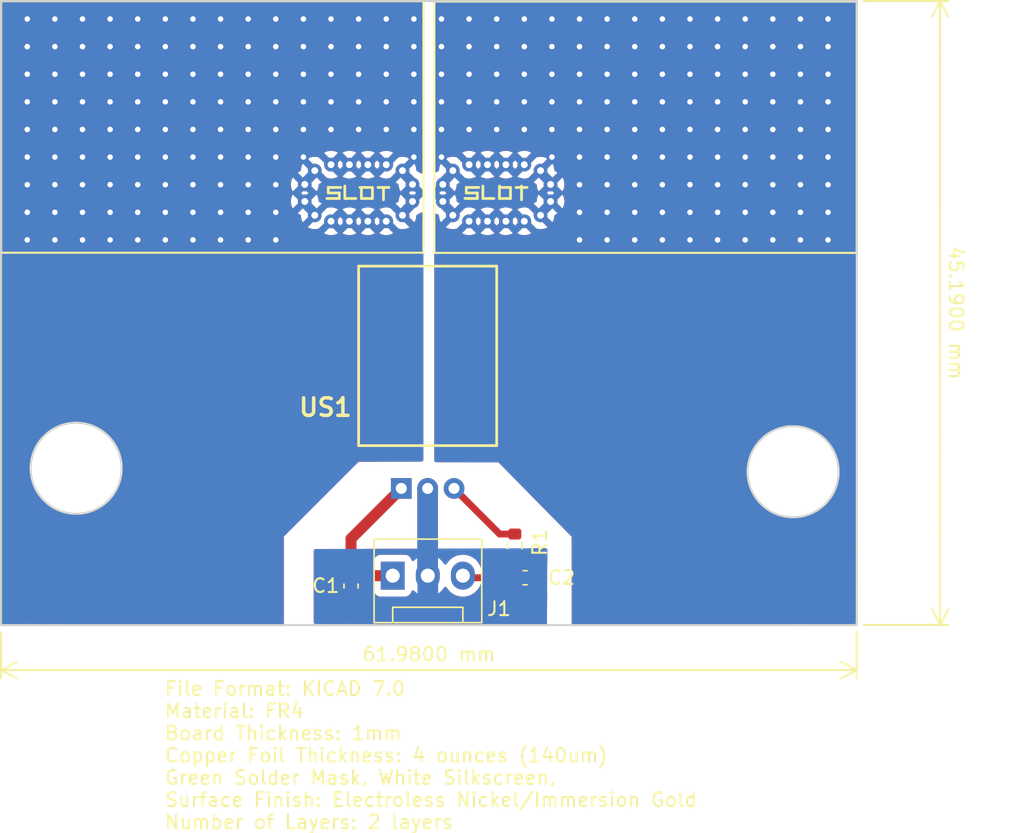
<source format=kicad_pcb>
(kicad_pcb (version 20221018) (generator pcbnew)
  (layers (0 "F.Cu" signal) (31 "B.Cu" signal) (34 "B.Paste" user) (35 "F.Paste" user) (36 "B.SilkS" user "B.Silkscreen") (37 "F.SilkS" user "F.Silkscreen") (38 "B.Mask" user) (39 "F.Mask" user) (44 "Edge.Cuts" user))
  (net 0 "")
  (net 1 "VCC")
  (net 2 "GND1")
  (net 3 "/Vout")
  (net 4 "Net-(US1-VIOUT)")
  (net 5 "/IP+")
  (net 6 "/IP-")
  (footprint "Capacitor_SMD:C_0603_1608Metric" (layer "F.Cu") (at 108.55 105.37 90)
    (fp_text reference "C1" (at 0.02 -1.83) (layer "F.SilkS"))
    (fp_text value "0.1uF" hide)
    (fp_line (start -0.14058 -0.51) (end 0.14058 -0.51) (stroke (width 0.12)) (layer "F.SilkS"))
    (fp_line (start -0.14058 0.51) (end 0.14058 0.51) (stroke (width 0.12)) (layer "F.SilkS"))
    (pad "1" smd roundrect (at -0.775 0 90) (size 0.9 0.95) (layers "F.Cu" "F.Paste" "F.Mask") (net 2 "GND1"))
    (pad "2" smd roundrect (at 0.775 0 90) (size 0.9 0.95) (layers "F.Cu" "F.Paste" "F.Mask") (net 1 "VCC"))
  )
  (footprint "Connector:FanPinHeader_1x03_P2.54mm_Vertical" (layer "F.Cu") (at 111.57 104.62)
    (fp_text reference "J1" (at 7.7 2.4) (layer "F.SilkS"))
    (fp_text value "Conn_01x03_Pin" hide)
    (fp_line (start -1.35 -2.65) (end 6.45 -2.65) (stroke (width 0.12)) (layer "F.SilkS"))
    (fp_line (start -1.35 3.4) (end -1.35 -2.65) (stroke (width 0.12)) (layer "F.SilkS"))
    (fp_line (start 0 2.29) (end 5.08 2.29) (stroke (width 0.12)) (layer "F.SilkS"))
    (fp_line (start 0 3.3) (end 0 2.29) (stroke (width 0.12)) (layer "F.SilkS"))
    (fp_line (start 5.08 2.29) (end 5.08 3.3) (stroke (width 0.12)) (layer "F.SilkS"))
    (fp_line (start 6.45 -2.65) (end 6.45 3.4) (stroke (width 0.12)) (layer "F.SilkS"))
    (fp_line (start 6.45 3.4) (end -1.35 3.4) (stroke (width 0.12)) (layer "F.SilkS"))
    (pad "1" thru_hole rect (at 0 0 90) (size 2.03 1.73) (drill 1.02) (layers "*.Cu" "*.Mask") (net 1 "VCC"))
    (pad "2" thru_hole oval (at 2.54 0 90) (size 2.03 1.73) (drill 1.02) (layers "*.Cu" "*.Mask") (net 2 "GND1"))
    (pad "3" thru_hole oval (at 5.08 0 90) (size 2.03 1.73) (drill 1.02) (layers "*.Cu" "*.Mask") (net 3 "/Vout"))
  )
  (footprint "KiCad:ACS772ECB200BPFFT" (layer "F.Cu") (at 112.19 98.3)
    (fp_text reference "US1" (at -5.5 -5.87) (layer "F.SilkS") (effects (font (size 1.27 1.27) (thickness 0.254))))
    (fp_text value "ACS772ECB-200B-PFF-T" hide)
    (fp_line (start -5.29 -21.8) (end -5.29 -21.4) (stroke (width 0.2)) (layer "F.SilkS"))
    (fp_line (start -5.29 -21.4) (end -4.49 -21.4) (stroke (width 0.2)) (layer "F.SilkS"))
    (fp_line (start -4.49 -21.4) (end -4.49 -21) (stroke (width 0.2)) (layer "F.SilkS"))
    (fp_line (start -4.49 -21) (end -5.39 -21) (stroke (width 0.2)) (layer "F.SilkS"))
    (fp_line (start -4.39 -21.8) (end -5.29 -21.8) (stroke (width 0.2)) (layer "F.SilkS"))
    (fp_line (start -4.09 -21.9) (end -4.09 -21) (stroke (width 0.2)) (layer "F.SilkS"))
    (fp_line (start -4.09 -21) (end -3.29 -21) (stroke (width 0.2)) (layer "F.SilkS"))
    (fp_line (start -3.09 -16.1) (end 6.91 -16.1) (stroke (width 0.2)) (layer "F.SilkS"))
    (fp_line (start -3.09 -3.1) (end -3.09 -16.1) (stroke (width 0.2)) (layer "F.SilkS"))
    (fp_line (start -2.89 -21.8) (end -2.89 -21) (stroke (width 0.2)) (layer "F.SilkS"))
    (fp_line (start -2.89 -21) (end -2.09 -21) (stroke (width 0.2)) (layer "F.SilkS"))
    (fp_line (start -2.09 -21.8) (end -2.99 -21.8) (stroke (width 0.2)) (layer "F.SilkS"))
    (fp_line (start -2.09 -21) (end -2.09 -21.8) (stroke (width 0.2)) (layer "F.SilkS"))
    (fp_line (start -1.69 -21.8) (end -0.89 -21.8) (stroke (width 0.2)) (layer "F.SilkS"))
    (fp_line (start -1.29 -21.8) (end -1.29 -20.9) (stroke (width 0.2)) (layer "F.SilkS"))
    (fp_line (start 4.71 -21.8) (end 4.71 -21.4) (stroke (width 0.2)) (layer "F.SilkS"))
    (fp_line (start 4.71 -21.4) (end 5.51 -21.4) (stroke (width 0.2)) (layer "F.SilkS"))
    (fp_line (start 5.51 -21.4) (end 5.51 -21) (stroke (width 0.2)) (layer "F.SilkS"))
    (fp_line (start 5.51 -21) (end 4.61 -21) (stroke (width 0.2)) (layer "F.SilkS"))
    (fp_line (start 5.61 -21.8) (end 4.71 -21.8) (stroke (width 0.2)) (layer "F.SilkS"))
    (fp_line (start 5.91 -21.9) (end 5.91 -21) (stroke (width 0.2)) (layer "F.SilkS"))
    (fp_line (start 5.91 -21) (end 6.71 -21) (stroke (width 0.2)) (layer "F.SilkS"))
    (fp_line (start 6.91 -16.1) (end 6.91 -3.1) (stroke (width 0.2)) (layer "F.SilkS"))
    (fp_line (start 6.91 -3.1) (end -3.09 -3.1) (stroke (width 0.2)) (layer "F.SilkS"))
    (fp_line (start 7.11 -21.9) (end 7.11 -21) (stroke (width 0.2)) (layer "F.SilkS"))
    (fp_line (start 7.11 -21) (end 7.91 -21) (stroke (width 0.2)) (layer "F.SilkS"))
    (fp_line (start 7.91 -21.8) (end 7.11 -21.8) (stroke (width 0.2)) (layer "F.SilkS"))
    (fp_line (start 7.91 -21) (end 7.91 -21.8) (stroke (width 0.2)) (layer "F.SilkS"))
    (fp_line (start 8.31 -21.8) (end 9.11 -21.8) (stroke (width 0.2)) (layer "F.SilkS"))
    (fp_line (start 8.71 -21.9) (end 8.71 -20.9) (stroke (width 0.2)) (layer "F.SilkS"))
    (pad "1" thru_hole rect (at 0 0) (size 1.5 1.5) (drill 0.8) (layers "*.Cu" "*.Mask") (net 1 "VCC"))
    (pad "2" thru_hole circle (at 1.91 0) (size 1.5 1.5) (drill 0.8) (layers "*.Cu" "*.Mask") (net 2 "GND1"))
    (pad "3" thru_hole circle (at 3.82 0) (size 1.5 1.5) (drill 0.8) (layers "*.Cu" "*.Mask") (net 4 "Net-(US1-VIOUT)"))
    (pad "4" thru_hole circle (at 3.008 -22.018) (size 1 1) (drill 0.5) (layers "*.Cu" "*.Mask") (net 5 "/IP+"))
    (pad "5" thru_hole circle (at 0.812 -22.018) (size 1 1) (drill 0.5) (layers "*.Cu" "*.Mask") (net 6 "/IP-"))
    (pad "6" thru_hole circle (at 0.812 -20.782) (size 1 1) (drill 0.5) (layers "*.Cu" "*.Mask") (net 6 "/IP-"))
    (pad "7" thru_hole circle (at 0.086 -19.782) (size 1 1) (drill 0.5) (layers "*.Cu" "*.Mask") (net 6 "/IP-"))
    (pad "8" thru_hole circle (at -1.09 -19.35) (size 1 1) (drill 0.5) (layers "*.Cu" "*.Mask") (net 6 "/IP-"))
    (pad "9" thru_hole circle (at -2.423 -19.35) (size 1 1) (drill 0.5) (layers "*.Cu" "*.Mask") (net 6 "/IP-"))
    (pad "10" thru_hole circle (at -3.757 -19.35) (size 1 1) (drill 0.5) (layers "*.Cu" "*.Mask") (net 6 "/IP-"))
    (pad "11" thru_hole circle (at -5.09 -19.35) (size 1 1) (drill 0.5) (layers "*.Cu" "*.Mask") (net 6 "/IP-"))
    (pad "12" thru_hole circle (at -6.266 -19.782) (size 1 1) (drill 0.5) (layers "*.Cu" "*.Mask") (net 6 "/IP-"))
    (pad "13" thru_hole circle (at -6.992 -20.782) (size 1 1) (drill 0.5) (layers "*.Cu" "*.Mask") (net 6 "/IP-"))
    (pad "14" thru_hole circle (at -6.992 -22.018) (size 1 1) (drill 0.5) (layers "*.Cu" "*.Mask") (net 6 "/IP-"))
    (pad "15" thru_hole circle (at -6.266 -23.018) (size 1 1) (drill 0.5) (layers "*.Cu" "*.Mask") (net 6 "/IP-"))
    (pad "16" thru_hole circle (at -5.09 -23.45) (size 1 1) (drill 0.5) (layers "*.Cu" "*.Mask") (net 6 "/IP-"))
    (pad "17" thru_hole circle (at -3.757 -23.45) (size 1 1) (drill 0.5) (layers "*.Cu" "*.Mask") (net 6 "/IP-"))
    (pad "18" thru_hole circle (at -2.423 -23.45) (size 1 1) (drill 0.5) (layers "*.Cu" "*.Mask") (net 6 "/IP-"))
    (pad "19" thru_hole circle (at -1.09 -23.45) (size 1 1) (drill 0.5) (layers "*.Cu" "*.Mask") (net 6 "/IP-"))
    (pad "20" thru_hole circle (at 0.086 -23.018) (size 1 1) (drill 0.5) (layers "*.Cu" "*.Mask") (net 6 "/IP-"))
    (pad "21" thru_hole circle (at 3.008 -20.782) (size 1 1) (drill 0.5) (layers "*.Cu" "*.Mask") (net 5 "/IP+"))
    (pad "22" thru_hole circle (at 3.734 -19.782) (size 1 1) (drill 0.5) (layers "*.Cu" "*.Mask") (net 5 "/IP+"))
    (pad "23" thru_hole circle (at 4.91 -19.35) (size 1 1) (drill 0.5) (layers "*.Cu" "*.Mask") (net 5 "/IP+"))
    (pad "24" thru_hole circle (at 6.243 -19.35) (size 1 1) (drill 0.5) (layers "*.Cu" "*.Mask") (net 5 "/IP+"))
    (pad "25" thru_hole circle (at 7.577 -19.35) (size 1 1) (drill 0.5) (layers "*.Cu" "*.Mask") (net 5 "/IP+"))
    (pad "26" thru_hole circle (at 8.91 -19.35) (size 1 1) (drill 0.5) (layers "*.Cu" "*.Mask") (net 5 "/IP+"))
    (pad "27" thru_hole circle (at 10.086 -19.782) (size 1 1) (drill 0.5) (layers "*.Cu" "*.Mask") (net 5 "/IP+"))
    (pad "28" thru_hole circle (at 10.812 -20.782) (size 1 1) (drill 0.5) (layers "*.Cu" "*.Mask") (net 5 "/IP+"))
    (pad "29" thru_hole circle (at 10.812 -22.018) (size 1 1) (drill 0.5) (layers "*.Cu" "*.Mask") (net 5 "/IP+"))
    (pad "30" thru_hole circle (at 10.086 -23.018) (size 1 1) (drill 0.5) (layers "*.Cu" "*.Mask") (net 5 "/IP+"))
    (pad "31" thru_hole circle (at 8.91 -23.45) (size 1 1) (drill 0.5) (layers "*.Cu" "*.Mask") (net 5 "/IP+"))
    (pad "32" thru_hole circle (at 7.577 -23.45) (size 1 1) (drill 0.5) (layers "*.Cu" "*.Mask") (net 5 "/IP+"))
    (pad "33" thru_hole circle (at 6.243 -23.45) (size 1 1) (drill 0.5) (layers "*.Cu" "*.Mask") (net 5 "/IP+"))
    (pad "34" thru_hole circle (at 4.91 -23.45) (size 1 1) (drill 0.5) (layers "*.Cu" "*.Mask") (net 5 "/IP+"))
    (pad "35" thru_hole circle (at 3.734 -23.018) (size 1 1) (drill 0.5) (layers "*.Cu" "*.Mask") (net 5 "/IP+"))
  )
  (footprint "Capacitor_SMD:C_0603_1608Metric" (layer "F.Cu") (at 121.16 104.77)
    (fp_text reference "C2" (at 2.64 -0.01) (layer "F.SilkS"))
    (fp_text value "CF" hide)
    (fp_line (start -0.14058 -0.51) (end 0.14058 -0.51) (stroke (width 0.12)) (layer "F.SilkS"))
    (fp_line (start -0.14058 0.51) (end 0.14058 0.51) (stroke (width 0.12)) (layer "F.SilkS"))
    (pad "1" smd roundrect (at -0.775 0) (size 0.9 0.95) (layers "F.Cu" "F.Paste" "F.Mask") (net 3 "/Vout"))
    (pad "2" smd roundrect (at 0.775 0) (size 0.9 0.95) (layers "F.Cu" "F.Paste" "F.Mask") (net 2 "GND1"))
  )
  (footprint "Resistor_SMD:R_0603_1608Metric" (layer "F.Cu") (at 120.41 102.43 90)
    (fp_text reference "R1" (at 0.21 1.81 270) (layer "F.SilkS"))
    (fp_text value "RF" hide)
    (fp_line (start -0.237258 -0.5225) (end 0.237258 -0.5225) (stroke (width 0.12)) (layer "F.SilkS"))
    (fp_line (start -0.237258 0.5225) (end 0.237258 0.5225) (stroke (width 0.12)) (layer "F.SilkS"))
    (pad "1" smd roundrect (at -0.825 0 90) (size 0.8 0.95) (layers "F.Cu" "F.Paste" "F.Mask") (net 3 "/Vout"))
    (pad "2" smd roundrect (at 0.825 0 90) (size 0.8 0.95) (layers "F.Cu" "F.Paste" "F.Mask") (net 4 "Net-(US1-VIOUT)"))
  )
  (gr_rect (start 83.21 63.01) (end 113.79 81.23) (stroke (width 0.15)) (fill none) (layer "F.SilkS"))
  (gr_rect (start 114.59 63.04) (end 145.18 81.24) (stroke (width 0.15)) (fill none) (layer "F.SilkS"))
  (gr_circle (center 140.57 97.09) (end 143.87 97.09) (stroke (width 0.15)) (fill none) (layer "Edge.Cuts"))
  (gr_rect (start 83.2 63) (end 145.18 108.2) (stroke (width 0.15)) (fill none) (layer "Edge.Cuts"))
  (gr_circle (center 88.64 96.84) (end 91.94 96.84) (stroke (width 0.15)) (fill none) (layer "Edge.Cuts"))
  (gr_text "File Format: KICAD 7.0\nMaterial: FR4\nBoard Thickness: 1mm\nCopper Foil Thickness: 4 ounces (140um)\nGreen Solder Mask, White Silkscreen, \nSurface Finish: Electroless Nickel/Immersion Gold\nNumber of Layers: 2 layers" (at 94.98 123.05) (layer "F.SilkS") (effects (font (size 1 1)) (justify left bottom)))
  (dimension (type aligned) (layer "F.SilkS") (pts (xy 83.2 108.2) (xy 145.18 108.2)) (height 3.26) (gr_text "61.9800 mm" (at 114.19 110.31) (layer "F.SilkS") (effects (font (size 1 1) (thickness 0.15)))) (format (prefix "") (suffix "") (units 3) (units_format 1) (precision 4)) (style (thickness 0.15) (arrow_length 1.27) (text_position_mode 0) (extension_height 0.58642) (extension_offset 0.5) keep_text_aligned))
  (dimension (type aligned) (layer "F.SilkS") (pts (xy 145.18 63) (xy 145.19 108.19)) (height -6.035132) (gr_text "45.1900 mm" (at 152.370132 85.59341 270.0126789) (layer "F.SilkS") (effects (font (size 1 1) (thickness 0.15)))) (format (prefix "") (suffix "") (units 3) (units_format 1) (precision 4)) (style (thickness 0.15) (arrow_length 1.27) (text_position_mode 0) (extension_height 0.58642) (extension_offset 0.5) keep_text_aligned))
  (segment (start 108.575 104.62) (end 111.57 104.62) (width 0.8) (layer "F.Cu") (net 1))
  (segment (start 108.55 101.94) (end 108.55 104.595) (width 0.8) (layer "F.Cu") (net 1))
  (segment (start 112.19 98.3) (end 108.55 101.94) (width 0.8) (layer "F.Cu") (net 1))
  (segment (start 114.1 104.51) (end 114.1 98.3) (width 1.5) (layer "F.Cu") (net 2))
  (segment (start 114.21 104.62) (end 114.1 104.51) (width 1.5) (layer "F.Cu") (net 2))
  (segment (start 114.11 104.62) (end 114.11 106.51) (width 1.5) (layer "B.Cu") (net 2))
  (segment (start 114.1 104.61) (end 114.11 104.62) (width 1.5) (layer "B.Cu") (net 2))
  (segment (start 114.1 98.3) (end 114.1 104.61) (width 1.5) (layer "B.Cu") (net 2))
  (segment (start 120.41 103.255) (end 120.41 104.745) (width 0.5) (layer "F.Cu") (net 3))
  (segment (start 116.9 104.77) (end 116.75 104.62) (width 0.5) (layer "F.Cu") (net 3))
  (segment (start 120.385 104.77) (end 116.9 104.77) (width 0.5) (layer "F.Cu") (net 3))
  (segment (start 120.41 104.745) (end 120.385 104.77) (width 0.5) (layer "F.Cu") (net 3))
  (segment (start 116.01 98.3) (end 119.315 101.605) (width 0.5) (layer "F.Cu") (net 4))
  (segment (start 119.315 101.605) (end 120.41 101.605) (width 0.5) (layer "F.Cu") (net 4))
  (via (at 129.1 68.3) (size 0.8) (drill 0.4) (layers "F.Cu" "B.Cu") (net 5))
  (via (at 141.1 76.3) (size 0.8) (drill 0.4) (layers "F.Cu" "B.Cu") (net 5))
  (via (at 127.1 70.3) (size 0.8) (drill 0.4) (layers "F.Cu" "B.Cu") (net 5))
  (via (at 115.1 64.3) (size 0.8) (drill 0.4) (layers "F.Cu" "B.Cu") (net 5))
  (via (at 139.1 80.3) (size 0.8) (drill 0.4) (layers "F.Cu" "B.Cu") (net 5))
  (via (at 141.1 64.3) (size 0.8) (drill 0.4) (layers "F.Cu" "B.Cu") (net 5))
  (via (at 117.1 72.3) (size 0.8) (drill 0.4) (layers "F.Cu" "B.Cu") (net 5))
  (via (at 117.1 64.3) (size 0.8) (drill 0.4) (layers "F.Cu" "B.Cu") (net 5))
  (via (at 141.1 74.3) (size 0.8) (drill 0.4) (layers "F.Cu" "B.Cu") (net 5))
  (via (at 139.1 76.3) (size 0.8) (drill 0.4) (layers "F.Cu" "B.Cu") (net 5))
  (via (at 135.1 80.3) (size 0.8) (drill 0.4) (layers "F.Cu" "B.Cu") (net 5))
  (via (at 135.1 70.3) (size 0.8) (drill 0.4) (layers "F.Cu" "B.Cu") (net 5))
  (via (at 125.1 66.3) (size 0.8) (drill 0.4) (layers "F.Cu" "B.Cu") (net 5))
  (via (at 117.1 70.3) (size 0.8) (drill 0.4) (layers "F.Cu" "B.Cu") (net 5))
  (via (at 137.1 64.3) (size 0.8) (drill 0.4) (layers "F.Cu" "B.Cu") (net 5))
  (via (at 127.1 74.3) (size 0.8) (drill 0.4) (layers "F.Cu" "B.Cu") (net 5))
  (via (at 119.1 72.3) (size 0.8) (drill 0.4) (layers "F.Cu" "B.Cu") (net 5))
  (via (at 135.1 76.3) (size 0.8) (drill 0.4) (layers "F.Cu" "B.Cu") (net 5))
  (via (at 137.1 74.3) (size 0.8) (drill 0.4) (layers "F.Cu" "B.Cu") (net 5))
  (via (at 121.1 66.3) (size 0.8) (drill 0.4) (layers "F.Cu" "B.Cu") (net 5))
  (via (at 127.1 80.3) (size 0.8) (drill 0.4) (layers "F.Cu" "B.Cu") (net 5))
  (via (at 131.1 72.3) (size 0.8) (drill 0.4) (layers "F.Cu" "B.Cu") (net 5))
  (via (at 135.1 78.3) (size 0.8) (drill 0.4) (layers "F.Cu" "B.Cu") (net 5))
  (via (at 121.1 64.3) (size 0.8) (drill 0.4) (layers "F.Cu" "B.Cu") (net 5))
  (via (at 119.1 66.3) (size 0.8) (drill 0.4) (layers "F.Cu" "B.Cu") (net 5))
  (via (at 115.1 68.3) (size 0.8) (drill 0.4) (layers "F.Cu" "B.Cu") (net 5))
  (via (at 125.1 72.3) (size 0.8) (drill 0.4) (layers "F.Cu" "B.Cu") (net 5))
  (via (at 139.1 66.3) (size 0.8) (drill 0.4) (layers "F.Cu" "B.Cu") (net 5))
  (via (at 127.1 76.3) (size 0.8) (drill 0.4) (layers "F.Cu" "B.Cu") (net 5))
  (via (at 135.1 68.3) (size 0.8) (drill 0.4) (layers "F.Cu" "B.Cu") (net 5))
  (via (at 125.1 64.3) (size 0.8) (drill 0.4) (layers "F.Cu" "B.Cu") (net 5))
  (via (at 131.1 76.3) (size 0.8) (drill 0.4) (layers "F.Cu" "B.Cu") (net 5))
  (via (at 125.1 68.3) (size 0.8) (drill 0.4) (layers "F.Cu" "B.Cu") (net 5))
  (via (at 119.1 64.3) (size 0.8) (drill 0.4) (layers "F.Cu" "B.Cu") (net 5))
  (via (at 133.1 76.3) (size 0.8) (drill 0.4) (layers "F.Cu" "B.Cu") (net 5))
  (via (at 143.1 68.3) (size 0.8) (drill 0.4) (layers "F.Cu" "B.Cu") (net 5))
  (via (at 133.1 72.3) (size 0.8) (drill 0.4) (layers "F.Cu" "B.Cu") (net 5))
  (via (at 143.1 76.3) (size 0.8) (drill 0.4) (layers "F.Cu" "B.Cu") (net 5))
  (via (at 143.1 72.3) (size 0.8) (drill 0.4) (layers "F.Cu" "B.Cu") (net 5))
  (via (at 143.1 66.3) (size 0.8) (drill 0.4) (layers "F.Cu" "B.Cu") (net 5))
  (via (at 119.1 70.3) (size 0.8) (drill 0.4) (layers "F.Cu" "B.Cu") (net 5))
  (via (at 123.1 74.3) (size 0.8) (drill 0.4) (layers "F.Cu" "B.Cu") (net 5))
  (via (at 139.1 64.3) (size 0.8) (drill 0.4) (layers "F.Cu" "B.Cu") (net 5))
  (via (at 139.1 70.3) (size 0.8) (drill 0.4) (layers "F.Cu" "B.Cu") (net 5))
  (via (at 125.1 70.3) (size 0.8) (drill 0.4) (layers "F.Cu" "B.Cu") (net 5))
  (via (at 131.1 74.3) (size 0.8) (drill 0.4) (layers "F.Cu" "B.Cu") (net 5))
  (via (at 137.1 78.3) (size 0.8) (drill 0.4) (layers "F.Cu" "B.Cu") (net 5))
  (via (at 123.1 70.3) (size 0.8) (drill 0.4) (layers "F.Cu" "B.Cu") (net 5))
  (via (at 125.1 74.3) (size 0.8) (drill 0.4) (layers "F.Cu" "B.Cu") (net 5))
  (via (at 125.1 78.3) (size 0.8) (drill 0.4) (layers "F.Cu" "B.Cu") (net 5))
  (via (at 129.1 74.3) (size 0.8) (drill 0.4) (layers "F.Cu" "B.Cu") (net 5))
  (via (at 133.1 64.3) (size 0.8) (drill 0.4) (layers "F.Cu" "B.Cu") (net 5))
  (via (at 115.1 72.3) (size 0.8) (drill 0.4) (layers "F.Cu" "B.Cu") (net 5))
  (via (at 121.1 72.3) (size 0.8) (drill 0.4) (layers "F.Cu" "B.Cu") (net 5))
  (via (at 137.1 72.3) (size 0.8) (drill 0.4) (layers "F.Cu" "B.Cu") (net 5))
  (via (at 141.1 68.3) (size 0.8) (drill 0.4) (layers "F.Cu" "B.Cu") (net 5))
  (via (at 127.1 66.3) (size 0.8) (drill 0.4) (layers "F.Cu" "B.Cu") (net 5))
  (via (at 133.1 80.3) (size 0.8) (drill 0.4) (layers "F.Cu" "B.Cu") (net 5))
  (via (at 127.1 72.3) (size 0.8) (drill 0.4) (layers "F.Cu" "B.Cu") (net 5))
  (via (at 131.1 70.3) (size 0.8) (drill 0.4) (layers "F.Cu" "B.Cu") (net 5))
  (via (at 133.1 78.3) (size 0.8) (drill 0.4) (layers "F.Cu" "B.Cu") (net 5))
  (via (at 127.1 64.3) (size 0.8) (drill 0.4) (layers "F.Cu" "B.Cu") (net 5))
  (via (at 125.1 76.3) (size 0.8) (drill 0.4) (layers "F.Cu" "B.Cu") (net 5))
  (via (at 129.1 78.3) (size 0.8) (drill 0.4) (layers "F.Cu" "B.Cu") (net 5))
  (via (at 141.1 70.3) (size 0.8) (drill 0.4) (layers "F.Cu" "B.Cu") (net 5))
  (via (at 141.1 80.3) (size 0.8) (drill 0.4) (layers "F.Cu" "B.Cu") (net 5))
  (via (at 131.1 80.3) (size 0.8) (drill 0.4) (layers "F.Cu" "B.Cu") (net 5))
  (via (at 131.1 64.3) (size 0.8) (drill 0.4) (layers "F.Cu" "B.Cu") (net 5))
  (via (at 137.1 66.3) (size 0.8) (drill 0.4) (layers "F.Cu" "B.Cu") (net 5))
  (via (at 123.1 68.3) (size 0.8) (drill 0.4) (layers "F.Cu" "B.Cu") (net 5))
  (via (at 119.1 68.3) (size 0.8) (drill 0.4) (layers "F.Cu" "B.Cu") (net 5))
  (via (at 117.1 68.3) (size 0.8) (drill 0.4) (layers "F.Cu" "B.Cu") (net 5))
  (via (at 137.1 70.3) (size 0.8) (drill 0.4) (layers "F.Cu" "B.Cu") (net 5))
  (via (at 131.1 66.3) (size 0.8) (drill 0.4) (layers "F.Cu" "B.Cu") (net 5))
  (via (at 127.1 78.3) (size 0.8) (drill 0.4) (layers "F.Cu" "B.Cu") (net 5))
  (via (at 135.1 74.3) (size 0.8) (drill 0.4) (layers "F.Cu" "B.Cu") (net 5))
  (via (at 135.1 66.3) (size 0.8) (drill 0.4) (layers "F.Cu" "B.Cu") (net 5))
  (via (at 143.1 70.3) (size 0.8) (drill 0.4) (layers "F.Cu" "B.Cu") (net 5))
  (via (at 115.1 70.3) (size 0.8) (drill 0.4) (layers "F.Cu" "B.Cu") (net 5))
  (via (at 143.1 74.3) (size 0.8) (drill 0.4) (layers "F.Cu" "B.Cu") (net 5))
  (via (at 139.1 72.3) (size 0.8) (drill 0.4) (layers "F.Cu" "B.Cu") (net 5))
  (via (at 123.1 72.3) (size 0.8) (drill 0.4) (layers "F.Cu" "B.Cu") (net 5))
  (via (at 125.1 80.3) (size 0.8) (drill 0.4) (layers "F.Cu" "B.Cu") (net 5))
  (via (at 121.1 70.3) (size 0.8) (drill 0.4) (layers "F.Cu" "B.Cu") (net 5))
  (via (at 137.1 68.3) (size 0.8) (drill 0.4) (layers "F.Cu" "B.Cu") (net 5))
  (via (at 133.1 70.3) (size 0.8) (drill 0.4) (layers "F.Cu" "B.Cu") (net 5))
  (via (at 129.1 72.3) (size 0.8) (drill 0.4) (layers "F.Cu" "B.Cu") (net 5))
  (via (at 141.1 72.3) (size 0.8) (drill 0.4) (layers "F.Cu" "B.Cu") (net 5))
  (via (at 123.1 64.3) (size 0.8) (drill 0.4) (layers "F.Cu" "B.Cu") (net 5))
  (via (at 143.1 80.3) (size 0.8) (drill 0.4) (layers "F.Cu" "B.Cu") (net 5))
  (via (at 133.1 66.3) (size 0.8) (drill 0.4) (layers "F.Cu" "B.Cu") (net 5))
  (via (at 129.1 66.3) (size 0.8) (drill 0.4) (layers "F.Cu" "B.Cu") (net 5))
  (via (at 131.1 68.3) (size 0.8) (drill 0.4) (layers "F.Cu" "B.Cu") (net 5))
  (via (at 137.1 76.3) (size 0.8) (drill 0.4) (layers "F.Cu" "B.Cu") (net 5))
  (via (at 137.1 80.3) (size 0.8) (drill 0.4) (layers "F.Cu" "B.Cu") (net 5))
  (via (at 129.1 80.3) (size 0.8) (drill 0.4) (layers "F.Cu" "B.Cu") (net 5))
  (via (at 129.1 70.3) (size 0.8) (drill 0.4) (layers "F.Cu" "B.Cu") (net 5))
  (via (at 139.1 68.3) (size 0.8) (drill 0.4) (layers "F.Cu" "B.Cu") (net 5))
  (via (at 117.1 66.3) (size 0.8) (drill 0.4) (layers "F.Cu" "B.Cu") (net 5))
  (via (at 123.1 66.3) (size 0.8) (drill 0.4) (layers "F.Cu" "B.Cu") (net 5))
  (via (at 141.1 66.3) (size 0.8) (drill 0.4) (layers "F.Cu" "B.Cu") (net 5))
  (via (at 129.1 64.3) (size 0.8) (drill 0.4) (layers "F.Cu" "B.Cu") (net 5))
  (via (at 143.1 78.3) (size 0.8) (drill 0.4) (layers "F.Cu" "B.Cu") (net 5))
  (via (at 129.1 76.3) (size 0.8) (drill 0.4) (layers "F.Cu" "B.Cu") (net 5))
  (via (at 141.1 78.3) (size 0.8) (drill 0.4) (layers "F.Cu" "B.Cu") (net 5))
  (via (at 121.1 68.3) (size 0.8) (drill 0.4) (layers "F.Cu" "B.Cu") (net 5))
  (via (at 135.1 64.3) (size 0.8) (drill 0.4) (layers "F.Cu" "B.Cu") (net 5))
  (via (at 133.1 68.3) (size 0.8) (drill 0.4) (layers "F.Cu" "B.Cu") (net 5))
  (via (at 115.1 66.3) (size 0.8) (drill 0.4) (layers "F.Cu" "B.Cu") (net 5))
  (via (at 131.1 78.3) (size 0.8) (drill 0.4) (layers "F.Cu" "B.Cu") (net 5))
  (via (at 139.1 78.3) (size 0.8) (drill 0.4) (layers "F.Cu" "B.Cu") (net 5))
  (via (at 115.1 74.3) (size 0.8) (drill 0.4) (layers "F.Cu" "B.Cu") (net 5))
  (via (at 143.1 64.3) (size 0.8) (drill 0.4) (layers "F.Cu" "B.Cu") (net 5))
  (via (at 135.1 72.3) (size 0.8) (drill 0.4) (layers "F.Cu" "B.Cu") (net 5))
  (via (at 133.1 74.3) (size 0.8) (drill 0.4) (layers "F.Cu" "B.Cu") (net 5))
  (via (at 139.1 74.3) (size 0.8) (drill 0.4) (layers "F.Cu" "B.Cu") (net 5))
  (via (at 127.1 68.3) (size 0.8) (drill 0.4) (layers "F.Cu" "B.Cu") (net 5))
  (via (at 85.1 78.3) (size 0.8) (drill 0.4) (layers "F.Cu" "B.Cu") (net 6))
  (via (at 89.1 78.3) (size 0.8) (drill 0.4) (layers "F.Cu" "B.Cu") (net 6))
  (via (at 99.1 76.3) (size 0.8) (drill 0.4) (layers "F.Cu" "B.Cu") (net 6))
  (via (at 109.1 72.3) (size 0.8) (drill 0.4) (layers "F.Cu" "B.Cu") (net 6))
  (via (at 87.1 64.3) (size 0.8) (drill 0.4) (layers "F.Cu" "B.Cu") (net 6))
  (via (at 97.1 70.3) (size 0.8) (drill 0.4) (layers "F.Cu" "B.Cu") (net 6))
  (via (at 97.1 74.3) (size 0.8) (drill 0.4) (layers "F.Cu" "B.Cu") (net 6))
  (via (at 109.1 68.3) (size 0.8) (drill 0.4) (layers "F.Cu" "B.Cu") (net 6))
  (via (at 85.1 68.3) (size 0.8) (drill 0.4) (layers "F.Cu" "B.Cu") (net 6))
  (via (at 105.1 64.3) (size 0.8) (drill 0.4) (layers "F.Cu" "B.Cu") (net 6))
  (via (at 107.1 66.3) (size 0.8) (drill 0.4) (layers "F.Cu" "B.Cu") (net 6))
  (via (at 113.1 72.3) (size 0.8) (drill 0.4) (layers "F.Cu" "B.Cu") (net 6))
  (via (at 103.1 66.3) (size 0.8) (drill 0.4) (layers "F.Cu" "B.Cu") (net 6))
  (via (at 103.1 80.3) (size 0.8) (drill 0.4) (layers "F.Cu" "B.Cu") (net 6))
  (via (at 95.1 76.3) (size 0.8) (drill 0.4) (layers "F.Cu" "B.Cu") (net 6))
  (via (at 85.1 72.3) (size 0.8) (drill 0.4) (layers "F.Cu" "B.Cu") (net 6))
  (via (at 93.1 78.3) (size 0.8) (drill 0.4) (layers "F.Cu" "B.Cu") (net 6))
  (via (at 91.1 78.3) (size 0.8) (drill 0.4) (layers "F.Cu" "B.Cu") (net 6))
  (via (at 91.1 72.3) (size 0.8) (drill 0.4) (layers "F.Cu" "B.Cu") (net 6))
  (via (at 93.1 80.3) (size 0.8) (drill 0.4) (layers "F.Cu" "B.Cu") (net 6))
  (via (at 95.1 68.3) (size 0.8) (drill 0.4) (layers "F.Cu" "B.Cu") (net 6))
  (via (at 103.1 68.3) (size 0.8) (drill 0.4) (layers "F.Cu" "B.Cu") (net 6))
  (via (at 97.1 76.3) (size 0.8) (drill 0.4) (layers "F.Cu" "B.Cu") (net 6))
  (via (at 109.1 66.3) (size 0.8) (drill 0.4) (layers "F.Cu" "B.Cu") (net 6))
  (via (at 99.1 80.3) (size 0.8) (drill 0.4) (layers "F.Cu" "B.Cu") (net 6))
  (via (at 93.1 66.3) (size 0.8) (drill 0.4) (layers "F.Cu" "B.Cu") (net 6))
  (via (at 107.1 72.3) (size 0.8) (drill 0.4) (layers "F.Cu" "B.Cu") (net 6))
  (via (at 101.1 72.3) (size 0.8) (drill 0.4) (layers "F.Cu" "B.Cu") (net 6))
  (via (at 101.1 64.3) (size 0.8) (drill 0.4) (layers "F.Cu" "B.Cu") (net 6))
  (via (at 101.1 66.3) (size 0.8) (drill 0.4) (layers "F.Cu" "B.Cu") (net 6))
  (via (at 107.1 70.3) (size 0.8) (drill 0.4) (layers "F.Cu" "B.Cu") (net 6))
  (via (at 97.1 72.3) (size 0.8) (drill 0.4) (layers "F.Cu" "B.Cu") (net 6))
  (via (at 103.1 64.3) (size 0.8) (drill 0.4) (layers "F.Cu" "B.Cu") (net 6))
  (via (at 99.1 66.3) (size 0.8) (drill 0.4) (layers "F.Cu" "B.Cu") (net 6))
  (via (at 97.1 64.3) (size 0.8) (drill 0.4) (layers "F.Cu" "B.Cu") (net 6))
  (via (at 101.1 78.3) (size 0.8) (drill 0.4) (layers "F.Cu" "B.Cu") (net 6))
  (via (at 99.1 72.3) (size 0.8) (drill 0.4) (layers "F.Cu" "B.Cu") (net 6))
  (via (at 93.1 76.3) (size 0.8) (drill 0.4) (layers "F.Cu" "B.Cu") (net 6))
  (via (at 101.1 68.3) (size 0.8) (drill 0.4) (layers "F.Cu" "B.Cu") (net 6))
  (via (at 97.1 78.3) (size 0.8) (drill 0.4) (layers "F.Cu" "B.Cu") (net 6))
  (via (at 105.1 72.3) (size 0.8) (drill 0.4) (layers "F.Cu" "B.Cu") (net 6))
  (via (at 91.1 70.3) (size 0.8) (drill 0.4) (layers "F.Cu" "B.Cu") (net 6))
  (via (at 87.1 70.3) (size 0.8) (drill 0.4) (layers "F.Cu" "B.Cu") (net 6))
  (via (at 95.1 72.3) (size 0.8) (drill 0.4) (layers "F.Cu" "B.Cu") (net 6))
  (via (at 85.1 70.3) (size 0.8) (drill 0.4) (layers "F.Cu" "B.Cu") (net 6))
  (via (at 113.1 66.3) (size 0.8) (drill 0.4) (layers "F.Cu" "B.Cu") (net 6))
  (via (at 113.1 70.3) (size 0.8) (drill 0.4) (layers "F.Cu" "B.Cu") (net 6))
  (via (at 111.1 64.3) (size 0.8) (drill 0.4) (layers "F.Cu" "B.Cu") (net 6))
  (via (at 95.1 80.3) (size 0.8) (drill 0.4) (layers "F.Cu" "B.Cu") (net 6))
  (via (at 91.1 64.3) (size 0.8) (drill 0.4) (layers "F.Cu" "B.Cu") (net 6))
  (via (at 91.1 76.3) (size 0.8) (drill 0.4) (layers "F.Cu" "B.Cu") (net 6))
  (via (at 99.1 70.3) (size 0.8) (drill 0.4) (layers "F.Cu" "B.Cu") (net 6))
  (via (at 111.1 68.3) (size 0.8) (drill 0.4) (layers "F.Cu" "B.Cu") (net 6))
  (via (at 89.1 66.3) (size 0.8) (drill 0.4) (layers "F.Cu" "B.Cu") (net 6))
  (via (at 91.1 74.3) (size 0.8) (drill 0.4) (layers "F.Cu" "B.Cu") (net 6))
  (via (at 101.1 80.3) (size 0.8) (drill 0.4) (layers "F.Cu" "B.Cu") (net 6))
  (via (at 107.1 64.3) (size 0.8) (drill 0.4) (layers "F.Cu" "B.Cu") (net 6))
  (via (at 113.1 64.3) (size 0.8) (drill 0.4) (layers "F.Cu" "B.Cu") (net 6))
  (via (at 103.1 78.3) (size 0.8) (drill 0.4) (layers "F.Cu" "B.Cu") (net 6))
  (via (at 113.1 74.3) (size 0.8) (drill 0.4) (layers "F.Cu" "B.Cu") (net 6))
  (via (at 87.1 74.3) (size 0.8) (drill 0.4) (layers "F.Cu" "B.Cu") (net 6))
  (via (at 107.1 68.3) (size 0.8) (drill 0.4) (layers "F.Cu" "B.Cu") (net 6))
  (via (at 97.1 80.3) (size 0.8) (drill 0.4) (layers "F.Cu" "B.Cu") (net 6))
  (via (at 85.1 80.3) (size 0.8) (drill 0.4) (layers "F.Cu" "B.Cu") (net 6))
  (via (at 105.1 68.3) (size 0.8) (drill 0.4) (layers "F.Cu" "B.Cu") (net 6))
  (via (at 95.1 66.3) (size 0.8) (drill 0.4) (layers "F.Cu" "B.Cu") (net 6))
  (via (at 93.1 74.3) (size 0.8) (drill 0.4) (layers "F.Cu" "B.Cu") (net 6))
  (via (at 91.1 66.3) (size 0.8) (drill 0.4) (layers "F.Cu" "B.Cu") (net 6))
  (via (at 95.1 78.3) (size 0.8) (drill 0.4) (layers "F.Cu" "B.Cu") (net 6))
  (via (at 89.1 80.3) (size 0.8) (drill 0.4) (layers "F.Cu" "B.Cu") (net 6))
  (via (at 103.1 72.3) (size 0.8) (drill 0.4) (layers "F.Cu" "B.Cu") (net 6))
  (via (at 97.1 66.3) (size 0.8) (drill 0.4) (layers "F.Cu" "B.Cu") (net 6))
  (via (at 87.1 80.3) (size 0.8) (drill 0.4) (layers "F.Cu" "B.Cu") (net 6))
  (via (at 87.1 76.3) (size 0.8) (drill 0.4) (layers "F.Cu" "B.Cu") (net 6))
  (via (at 101.1 74.3) (size 0.8) (drill 0.4) (layers "F.Cu" "B.Cu") (net 6))
  (via (at 91.1 68.3) (size 0.8) (drill 0.4) (layers "F.Cu" "B.Cu") (net 6))
  (via (at 87.1 68.3) (size 0.8) (drill 0.4) (layers "F.Cu" "B.Cu") (net 6))
  (via (at 101.1 76.3) (size 0.8) (drill 0.4) (layers "F.Cu" "B.Cu") (net 6))
  (via (at 109.1 64.3) (size 0.8) (drill 0.4) (layers "F.Cu" "B.Cu") (net 6))
  (via (at 111.1 72.3) (size 0.8) (drill 0.4) (layers "F.Cu" "B.Cu") (net 6))
  (via (at 113.1 68.3) (size 0.8) (drill 0.4) (layers "F.Cu" "B.Cu") (net 6))
  (via (at 105.1 66.3) (size 0.8) (drill 0.4) (layers "F.Cu" "B.Cu") (net 6))
  (via (at 95.1 74.3) (size 0.8) (drill 0.4) (layers "F.Cu" "B.Cu") (net 6))
  (via (at 87.1 66.3) (size 0.8) (drill 0.4) (layers "F.Cu" "B.Cu") (net 6))
  (via (at 89.1 74.3) (size 0.8) (drill 0.4) (layers "F.Cu" "B.Cu") (net 6))
  (via (at 103.1 74.3) (size 0.8) (drill 0.4) (layers "F.Cu" "B.Cu") (net 6))
  (via (at 89.1 68.3) (size 0.8) (drill 0.4) (layers "F.Cu" "B.Cu") (net 6))
  (via (at 99.1 74.3) (size 0.8) (drill 0.4) (layers "F.Cu" "B.Cu") (net 6))
  (via (at 87.1 78.3) (size 0.8) (drill 0.4) (layers "F.Cu" "B.Cu") (net 6))
  (via (at 93.1 72.3) (size 0.8) (drill 0.4) (layers "F.Cu" "B.Cu") (net 6))
  (via (at 93.1 68.3) (size 0.8) (drill 0.4) (layers "F.Cu" "B.Cu") (net 6))
  (via (at 93.1 70.3) (size 0.8) (drill 0.4) (layers "F.Cu" "B.Cu") (net 6))
  (via (at 101.1 70.3) (size 0.8) (drill 0.4) (layers "F.Cu" "B.Cu") (net 6))
  (via (at 85.1 74.3) (size 0.8) (drill 0.4) (layers "F.Cu" "B.Cu") (net 6))
  (via (at 109.1 70.3) (size 0.8) (drill 0.4) (layers "F.Cu" "B.Cu") (net 6))
  (via (at 111.1 66.3) (size 0.8) (drill 0.4) (layers "F.Cu" "B.Cu") (net 6))
  (via (at 85.1 76.3) (size 0.8) (drill 0.4) (layers "F.Cu" "B.Cu") (net 6))
  (via (at 91.1 80.3) (size 0.8) (drill 0.4) (layers "F.Cu" "B.Cu") (net 6))
  (via (at 85.1 64.3) (size 0.8) (drill 0.4) (layers "F.Cu" "B.Cu") (net 6))
  (via (at 99.1 64.3) (size 0.8) (drill 0.4) (layers "F.Cu" "B.Cu") (net 6))
  (via (at 85.1 66.3) (size 0.8) (drill 0.4) (layers "F.Cu" "B.Cu") (net 6))
  (via (at 89.1 64.3) (size 0.8) (drill 0.4) (layers "F.Cu" "B.Cu") (net 6))
  (via (at 105.1 74.3) (size 0.8) (drill 0.4) (layers "F.Cu" "B.Cu") (net 6))
  (via (at 105.1 70.3) (size 0.8) (drill 0.4) (layers "F.Cu" "B.Cu") (net 6))
  (via (at 103.1 76.3) (size 0.8) (drill 0.4) (layers "F.Cu" "B.Cu") (net 6))
  (via (at 99.1 78.3) (size 0.8) (drill 0.4) (layers "F.Cu" "B.Cu") (net 6))
  (via (at 87.1 72.3) (size 0.8) (drill 0.4) (layers "F.Cu" "B.Cu") (net 6))
  (via (at 93.1 64.3) (size 0.8) (drill 0.4) (layers "F.Cu" "B.Cu") (net 6))
  (via (at 95.1 70.3) (size 0.8) (drill 0.4) (layers "F.Cu" "B.Cu") (net 6))
  (via (at 89.1 72.3) (size 0.8) (drill 0.4) (layers "F.Cu" "B.Cu") (net 6))
  (via (at 95.1 64.3) (size 0.8) (drill 0.4) (layers "F.Cu" "B.Cu") (net 6))
  (via (at 97.1 68.3) (size 0.8) (drill 0.4) (layers "F.Cu" "B.Cu") (net 6))
  (via (at 111.1 70.3) (size 0.8) (drill 0.4) (layers "F.Cu" "B.Cu") (net 6))
  (via (at 89.1 70.3) (size 0.8) (drill 0.4) (layers "F.Cu" "B.Cu") (net 6))
  (via (at 99.1 68.3) (size 0.8) (drill 0.4) (layers "F.Cu" "B.Cu") (net 6))
  (via (at 89.1 76.3) (size 0.8) (drill 0.4) (layers "F.Cu" "B.Cu") (net 6))
  (via (at 103.1 70.3) (size 0.8) (drill 0.4) (layers "F.Cu" "B.Cu") (net 6))
  (zone (net 5) (net_name "/IP+") (layers "F&B.Cu") (priority 1) (connect_pads (clearance 0.5)) (min_thickness 0.25) (fill yes (thermal_gap 0.5) (thermal_bridge_width 0.5))
    (polygon (pts (xy 114.58 62.96) (xy 114.58 96.4) (xy 119.22 96.41) (xy 124.53 101.8) (xy 124.54 108.17) (xy 145.11 108.14) (xy 145.17 63.06)))
  )
  (zone (net 6) (net_name "/IP-") (layers "F&B.Cu") (connect_pads (clearance 0.5)) (min_thickness 0.25) (fill yes (thermal_gap 0.5) (thermal_bridge_width 0.5) (island_removal_mode 1) (island_area_min 10))
    (polygon (pts (xy 113.79 63.05) (xy 113.79 96.36) (xy 109.1 96.37) (xy 103.68 101.79) (xy 103.68 108.2) (xy 83.2 108.12) (xy 83.24 62.98)))
  )
  (zone (net 2) (net_name "GND1") (layers "F&B.Cu") (priority 2) (connect_pads (clearance 0.5)) (min_thickness 0.25) (fill yes (thermal_gap 0.5) (thermal_bridge_width 0.5) (island_removal_mode 1) (island_area_min 10))
    (polygon (pts (xy 105.85 102.69) (xy 105.85 108.12) (xy 122.74 108.17) (xy 122.77 102.63)))
  )
)
</source>
